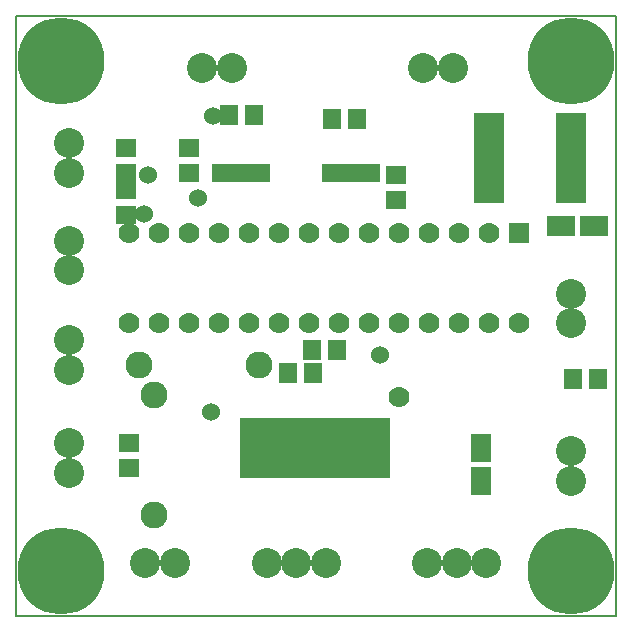
<source format=gts>
G04 PROTEUS RS274X GERBER FILE*
%FSLAX24Y24*%
%MOIN*%
%ADD19C,0.0700*%
%ADD72C,0.0600*%
%ADD73R,0.0700X0.0700*%
%ADD18R,0.1930X0.0630*%
%ADD30C,0.0900*%
%ADD31C,0.1000*%
%ADD32C,0.2900*%
%ADD33R,0.1000X0.1000*%
%ADD34R,0.0600X0.0700*%
%ADD35R,0.0980X0.0680*%
%ADD36R,0.0700X0.0600*%
%ADD37R,0.0680X0.0980*%
%ADD26C,0.0080*%
G54D19*
X+12750Y-12700D03*
G54D72*
X+12120Y-11314D03*
X+4250Y-6600D03*
X+6500Y-13200D03*
X+4400Y-5300D03*
X+6065Y-6060D03*
X+6562Y-3350D03*
G54D73*
X+16750Y-7250D03*
G54D19*
X+15750Y-7250D03*
X+14750Y-7250D03*
X+13750Y-7250D03*
X+12750Y-7250D03*
X+11750Y-7250D03*
X+10750Y-7250D03*
X+9750Y-7250D03*
X+8750Y-7250D03*
X+7750Y-7250D03*
X+6750Y-7250D03*
X+5750Y-7250D03*
X+4750Y-7250D03*
X+3750Y-7250D03*
X+3750Y-10250D03*
X+4750Y-10250D03*
X+5750Y-10250D03*
X+6750Y-10250D03*
X+7750Y-10250D03*
X+8750Y-10250D03*
X+9750Y-10250D03*
X+10750Y-10250D03*
X+11750Y-10250D03*
X+12750Y-10250D03*
X+13750Y-10250D03*
X+14750Y-10250D03*
X+15750Y-10250D03*
X+16742Y-10250D03*
G54D18*
X+11161Y-5250D03*
X+7500Y-5250D03*
G54D30*
X+8100Y-11650D03*
X+4100Y-11650D03*
G54D31*
X+1750Y-10815D03*
X+1750Y-11800D03*
X+14550Y-1750D03*
X+13565Y-1750D03*
G54D32*
X+18500Y-1500D03*
X+18500Y-18500D03*
X+1500Y-18500D03*
X+1500Y-1500D03*
G54D31*
X+1750Y-7500D03*
X+1750Y-8484D03*
X+1750Y-4250D03*
X+1750Y-5234D03*
G54D33*
X+18500Y-3750D03*
X+18500Y-4750D03*
X+18500Y-5750D03*
G54D31*
X+18500Y-10250D03*
X+18500Y-9265D03*
G54D33*
X+15750Y-3750D03*
X+15750Y-4750D03*
X+15750Y-5750D03*
G54D31*
X+8350Y-18250D03*
X+9334Y-18250D03*
X+10318Y-18250D03*
X+18500Y-15500D03*
X+18500Y-14515D03*
X+13700Y-18250D03*
X+14684Y-18250D03*
X+15668Y-18250D03*
G54D33*
X+11950Y-13900D03*
X+10950Y-13900D03*
X+9950Y-13900D03*
X+8950Y-13900D03*
X+7950Y-13900D03*
X+7950Y-14900D03*
X+8950Y-14900D03*
X+9950Y-14900D03*
X+10950Y-14900D03*
X+11950Y-14900D03*
G54D34*
X+9900Y-11900D03*
X+9060Y-11900D03*
G54D35*
X+19250Y-7000D03*
X+18147Y-7000D03*
G54D34*
X+10700Y-11150D03*
X+9860Y-11150D03*
G54D36*
X+12650Y-5300D03*
X+12650Y-6140D03*
X+5750Y-5250D03*
X+5750Y-4410D03*
G54D37*
X+15500Y-15500D03*
X+15500Y-14397D03*
G54D34*
X+18550Y-12100D03*
X+19390Y-12100D03*
X+11350Y-3450D03*
X+10510Y-3450D03*
G54D36*
X+3650Y-5250D03*
X+3650Y-4410D03*
X+3650Y-6650D03*
X+3650Y-5810D03*
G54D31*
X+4300Y-18250D03*
X+5284Y-18250D03*
G54D30*
X+4600Y-16650D03*
X+4600Y-12650D03*
G54D34*
X+7940Y-3300D03*
X+7100Y-3300D03*
G54D36*
X+3750Y-14250D03*
X+3750Y-15090D03*
G54D31*
X+1750Y-14250D03*
X+1750Y-15234D03*
X+7184Y-1750D03*
X+6200Y-1750D03*
G54D26*
X+0Y-20000D02*
X+20000Y-20000D01*
X+20000Y+0D01*
X+0Y+0D01*
X+0Y-20000D01*
M00*

</source>
